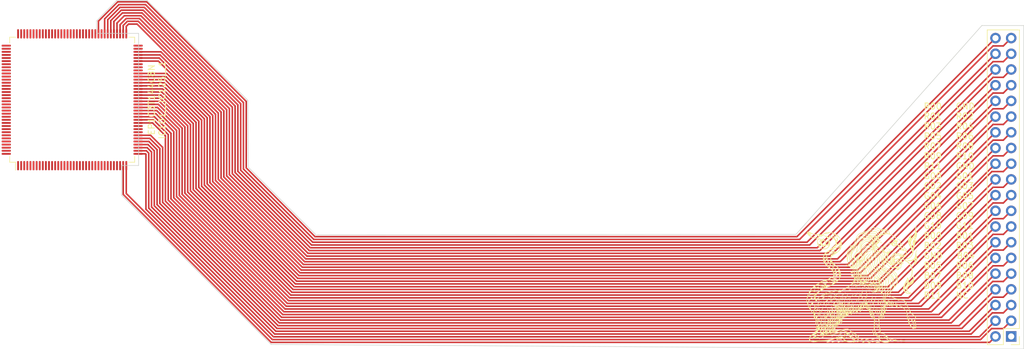
<source format=kicad_pcb>
(kicad_pcb (version 20221018) (generator pcbnew)
  (layers (0 "F.Cu" signal) (31 "B.Cu" signal) (34 "B.Paste" user) (35 "F.Paste" user) (36 "B.SilkS" user "B.Silkscreen") (37 "F.SilkS" user "F.Silkscreen") (38 "B.Mask" user) (39 "F.Mask" user) (44 "Edge.Cuts" user))
  (net 0 "")
  (net 35 "Net-(IC101__IC125__1A-IO_20)")
  (net 36 "Net-(IC101__IC125__1A-IO_21)")
  (net 37 "Net-(IC101__IC125__1A-IO_22)")
  (net 38 "Net-(IC101__IC125__1A-IO_23)")
  (net 39 "Net-(IC101__IC125__1A-IO_24)")
  (net 40 "Net-(IC101__IC125__1A-IO_25)")
  (net 41 "Net-(IC101__IC125__1A-IO_26)")
  (net 45 "Net-(IC101__IC125__1A-IO_28)")
  (net 46 "Net-(IC101__IC125__1A-IO_29)")
  (net 47 "Net-(IC101__IC125__1A-IO_30)")
  (net 48 "Net-(IC101__IC125__1A-IO_31)")
  (net 49 "Net-(IC101__IC125__1A-IO_32)")
  (net 50 "Net-(IC101__IC125__1A-IO_33)")
  (net 51 "Net-(IC101__IC125__1A-IO_34)")
  (net 52 "Net-(IC101__IC125__1A-IO_35)")
  (net 53 "Net-(IC101__IC125__1A-IO_36)")
  (net 54 "Net-(IC101__IC125__1A-IO_37)")
  (net 55 "Net-(IC101__IC125__1A-IO_38)")
  (net 56 "Net-(IC101__IC125__1A-IO_39)")
  (net 57 "Net-(IC101__IC125__1A-IO_40)")
  (net 58 "Net-(IC101__IC125__1A-IO_41)")
  (net 59 "Net-(IC101__IC125__1A-IO_42)")
  (net 60 "Net-(IC101__IC125__1A-IO_43)")
  (net 64 "Net-(IC101__IC125__1A-IO_44)")
  (net 65 "Net-(IC101__IC125__1A-IO_45)")
  (net 66 "Net-(IC101__IC125__1A-IO_46)")
  (net 67 "Net-(IC101__IC125__1A-IO_47)")
  (net 70 "Net-(IC101__IC125__1B-IO_2)")
  (net 71 "Net-(IC101__IC125__1B-IO_3)")
  (net 72 "Net-(IC101__IC125__1B-IO_4)")
  (net 73 "Net-(IC101__IC125__1B-IO_5)")
  (net 74 "Net-(IC101__IC125__1B-IO_6)")
  (net 75 "Net-(IC101__IC125__1B-IO_7)")
  (net 76 "Net-(IC101__IC125__1B-IO_8)")
  (net 78 "Net-(IC101__IC125__1B-IO_9)")
  (net 142 "Net-(IC101__IC125__1A-IO_27)")
  (net 143 "Net-(IC101__IC125__1A-GND_4)")
  (net 144 "Net-(IC101__IC125__1A-GND)")
  (net 145 "Net-(IC101__IC125__1B-GND_2)")
  (footprint "User:andromeda_ribbon_art" (layer "F.Cu") (at 172.1 123.2)
    (fp_text reference "G***" hide)
    (fp_text value "LOGO" hide)
  )
  (footprint "Connector_PinHeader_2.54mm:PinHeader_2x20_P2.54mm_Vertical" (layer "F.Cu") (at 196.342 133.35 180)
    (fp_text reference "JC1" hide)
    (fp_text value "Conn_02x30_Counter_Clockwise_Shielded" hide)
    (pad "1" thru_hole rect (at 0 0 180) (size 1.7 1.7) (drill 1) (layers "*.Cu" "*.Mask"))
    (pad "2" thru_hole oval (at 2.54 0 180) (size 1.7 1.7) (drill 1) (layers "*.Cu" "*.Mask") (net 35 "Net-(IC101__IC125__1A-IO_20)"))
    (pad "3" thru_hole oval (at 0 2.54 180) (size 1.7 1.7) (drill 1) (layers "*.Cu" "*.Mask") (net 36 "Net-(IC101__IC125__1A-IO_21)"))
    (pad "4" thru_hole oval (at 2.54 2.54 180) (size 1.7 1.7) (drill 1) (layers "*.Cu" "*.Mask") (net 37 "Net-(IC101__IC125__1A-IO_22)"))
    (pad "5" thru_hole oval (at 0 5.08 180) (size 1.7 1.7) (drill 1) (layers "*.Cu" "*.Mask") (net 38 "Net-(IC101__IC125__1A-IO_23)"))
    (pad "6" thru_hole oval (at 2.54 5.08 180) (size 1.7 1.7) (drill 1) (layers "*.Cu" "*.Mask") (net 39 "Net-(IC101__IC125__1A-IO_24)"))
    (pad "7" thru_hole oval (at 0 7.62 180) (size 1.7 1.7) (drill 1) (layers "*.Cu" "*.Mask") (net 40 "Net-(IC101__IC125__1A-IO_25)"))
    (pad "8" thru_hole oval (at 2.54 7.62 180) (size 1.7 1.7) (drill 1) (layers "*.Cu" "*.Mask") (net 41 "Net-(IC101__IC125__1A-IO_26)"))
    (pad "9" thru_hole oval (at 0 10.16 180) (size 1.7 1.7) (drill 1) (layers "*.Cu" "*.Mask") (net 142 "Net-(IC101__IC125__1A-IO_27)"))
    (pad "10" thru_hole oval (at 2.54 10.16 180) (size 1.7 1.7) (drill 1) (layers "*.Cu" "*.Mask") (net 143 "Net-(IC101__IC125__1A-GND_4)"))
    (pad "11" thru_hole oval (at 0 12.7 180) (size 1.7 1.7) (drill 1) (layers "*.Cu" "*.Mask") (net 45 "Net-(IC101__IC125__1A-IO_28)"))
    (pad "12" thru_hole oval (at 2.54 12.7 180) (size 1.7 1.7) (drill 1) (layers "*.Cu" "*.Mask") (net 46 "Net-(IC101__IC125__1A-IO_29)"))
    (pad "13" thru_hole oval (at 0 15.24 180) (size 1.7 1.7) (drill 1) (layers "*.Cu" "*.Mask") (net 47 "Net-(IC101__IC125__1A-IO_30)"))
    (pad "14" thru_hole oval (at 2.54 15.24 180) (size 1.7 1.7) (drill 1) (layers "*.Cu" "*.Mask") (net 48 "Net-(IC101__IC125__1A-IO_31)"))
    (pad "15" thru_hole oval (at 0 17.78 180) (size 1.7 1.7) (drill 1) (layers "*.Cu" "*.Mask") (net 49 "Net-(IC101__IC125__1A-IO_32)"))
    (pad "16" thru_hole oval (at 2.54 17.78 180) (size 1.7 1.7) (drill 1) (layers "*.Cu" "*.Mask") (net 50 "Net-(IC101__IC125__1A-IO_33)"))
    (pad "17" thru_hole oval (at 0 20.32 180) (size 1.7 1.7) (drill 1) (layers "*.Cu" "*.Mask") (net 51 "Net-(IC101__IC125__1A-IO_34)"))
    (pad "18" thru_hole oval (at 2.54 20.32 180) (size 1.7 1.7) (drill 1) (layers "*.Cu" "*.Mask") (net 52 "Net-(IC101__IC125__1A-IO_35)"))
    (pad "19" thru_hole oval (at 0 22.86 180) (size 1.7 1.7) (drill 1) (layers "*.Cu" "*.Mask") (net 53 "Net-(IC101__IC125__1A-IO_36)"))
    (pad "20" thru_hole oval (at 2.54 22.86 180) (size 1.7 1.7) (drill 1) (layers "*.Cu" "*.Mask") (net 54 "Net-(IC101__IC125__1A-IO_37)"))
    (pad "21" thru_hole oval (at 0 25.4 180) (size 1.7 1.7) (drill 1) (layers "*.Cu" "*.Mask") (net 55 "Net-(IC101__IC125__1A-IO_38)"))
    (pad "22" thru_hole oval (at 2.54 25.4 180) (size 1.7 1.7) (drill 1) (layers "*.Cu" "*.Mask") (net 56 "Net-(IC101__IC125__1A-IO_39)"))
    (pad "23" thru_hole oval (at 0 27.94 180) (size 1.7 1.7) (drill 1) (layers "*.Cu" "*.Mask") (net 57 "Net-(IC101__IC125__1A-IO_40)"))
    (pad "24" thru_hole oval (at 2.54 27.94 180) (size 1.7 1.7) (drill 1) (layers "*.Cu" "*.Mask") (net 58 "Net-(IC101__IC125__1A-IO_41)"))
    (pad "25" thru_hole oval (at 0 30.48 180) (size 1.7 1.7) (drill 1) (layers "*.Cu" "*.Mask") (net 59 "Net-(IC101__IC125__1A-IO_42)"))
    (pad "26" thru_hole oval (at 2.54 30.48 180) (size 1.7 1.7) (drill 1) (layers "*.Cu" "*.Mask") (net 60 "Net-(IC101__IC125__1A-IO_43)"))
    (pad "27" thru_hole oval (at 0 33.02 180) (size 1.7 1.7) (drill 1) (layers "*.Cu" "*.Mask") (net 144 "Net-(IC101__IC125__1A-GND)"))
    (pad "28" thru_hole oval (at 2.54 33.02 180) (size 1.7 1.7) (drill 1) (layers "*.Cu" "*.Mask") (net 64 "Net-(IC101__IC125__1A-IO_44)"))
    (pad "29" thru_hole oval (at 0 35.56 180) (size 1.7 1.7) (drill 1) (layers "*.Cu" "*.Mask") (net 65 "Net-(IC101__IC125__1A-IO_45)"))
    (pad "30" thru_hole oval (at 2.54 35.56 180) (size 1.7 1.7) (drill 1) (layers "*.Cu" "*.Mask") (net 66 "Net-(IC101__IC125__1A-IO_46)"))
    (pad "31" thru_hole oval (at 0 38.1 180) (size 1.7 1.7) (drill 1) (layers "*.Cu" "*.Mask") (net 67 "Net-(IC101__IC125__1A-IO_47)"))
    (pad "32" thru_hole oval (at 2.54 38.1 180) (size 1.7 1.7) (drill 1) (layers "*.Cu" "*.Mask") (net 70 "Net-(IC101__IC125__1B-IO_2)"))
    (pad "33" thru_hole oval (at 0 40.64 180) (size 1.7 1.7) (drill 1) (layers "*.Cu" "*.Mask") (net 71 "Net-(IC101__IC125__1B-IO_3)"))
    (pad "34" thru_hole oval (at 2.54 40.64 180) (size 1.7 1.7) (drill 1) (layers "*.Cu" "*.Mask") (net 72 "Net-(IC101__IC125__1B-IO_4)"))
    (pad "35" thru_hole oval (at 0 43.18 180) (size 1.7 1.7) (drill 1) (layers "*.Cu" "*.Mask") (net 73 "Net-(IC101__IC125__1B-IO_5)"))
    (pad "36" thru_hole oval (at 2.54 43.18 180) (size 1.7 1.7) (drill 1) (layers "*.Cu" "*.Mask") (net 74 "Net-(IC101__IC125__1B-IO_6)"))
    (pad "37" thru_hole oval (at 0 45.72 180) (size 1.7 1.7) (drill 1) (layers "*.Cu" "*.Mask") (net 75 "Net-(IC101__IC125__1B-IO_7)"))
    (pad "38" thru_hole oval (at 2.54 45.72 180) (size 1.7 1.7) (drill 1) (layers "*.Cu" "*.Mask") (net 76 "Net-(IC101__IC125__1B-IO_8)"))
    (pad "39" thru_hole oval (at 0 48.26 180) (size 1.7 1.7) (drill 1) (layers "*.Cu" "*.Mask") (net 145 "Net-(IC101__IC125__1B-GND_2)"))
    (pad "40" thru_hole oval (at 2.54 48.26 180) (size 1.7 1.7) (drill 1) (layers "*.Cu" "*.Mask") (net 78 "Net-(IC101__IC125__1B-IO_9)"))
  )
  (footprint "Package_QFP:TQFP-144_20x20mm_P0.5mm" (layer "F.Cu") (at 44.4555 95.064 90)
    (fp_text reference "IC101__IC125__1" (at -0.036 14.5445 90) (layer "F.SilkS"))
    (fp_text value "EP1C3T144C8N" (at 0 12.8445 90) (layer "F.SilkS"))
    (pad "1" smd roundrect (at -10.6625 -8.75 90) (size 1.475 0.3) (layers "F.Cu" "F.Paste" "F.Mask"))
    (pad "2" smd roundrect (at -10.6625 -8.25 90) (size 1.475 0.3) (layers "F.Cu" "F.Paste" "F.Mask"))
    (pad "3" smd roundrect (at -10.6625 -7.75 90) (size 1.475 0.3) (layers "F.Cu" "F.Paste" "F.Mask"))
    (pad "4" smd roundrect (at -10.6625 -7.25 90) (size 1.475 0.3) (layers "F.Cu" "F.Paste" "F.Mask"))
    (pad "5" smd roundrect (at -10.6625 -6.75 90) (size 1.475 0.3) (layers "F.Cu" "F.Paste" "F.Mask"))
    (pad "6" smd roundrect (at -10.6625 -6.25 90) (size 1.475 0.3) (layers "F.Cu" "F.Paste" "F.Mask"))
    (pad "7" smd roundrect (at -10.6625 -5.75 90) (size 1.475 0.3) (layers "F.Cu" "F.Paste" "F.Mask"))
    (pad "8" smd roundrect (at -10.6625 -5.25 90) (size 1.475 0.3) (layers "F.Cu" "F.Paste" "F.Mask"))
    (pad "9" smd roundrect (at -10.6625 -4.75 90) (size 1.475 0.3) (layers "F.Cu" "F.Paste" "F.Mask"))
    (pad "10" smd roundrect (at -10.6625 -4.25 90) (size 1.475 0.3) (layers "F.Cu" "F.Paste" "F.Mask"))
    (pad "11" smd roundrect (at -10.6625 -3.75 90) (size 1.475 0.3) (layers "F.Cu" "F.Paste" "F.Mask"))
    (pad "12" smd roundrect (at -10.6625 -3.25 90) (size 1.475 0.3) (layers "F.Cu" "F.Paste" "F.Mask"))
    (pad "13" smd roundrect (at -10.6625 -2.75 90) (size 1.475 0.3) (layers "F.Cu" "F.Paste" "F.Mask"))
    (pad "14" smd roundrect (at -10.6625 -2.25 90) (size 1.475 0.3) (layers "F.Cu" "F.Paste" "F.Mask"))
    (pad "15" smd roundrect (at -10.6625 -1.75 90) (size 1.475 0.3) (layers "F.Cu" "F.Paste" "F.Mask"))
    (pad "16" smd roundrect (at -10.6625 -1.25 90) (size 1.475 0.3) (layers "F.Cu" "F.Paste" "F.Mask"))
    (pad "17" smd roundrect (at -10.6625 -0.75 90) (size 1.475 0.3) (layers "F.Cu" "F.Paste" "F.Mask"))
    (pad "18" smd roundrect (at -10.6625 -0.25 90) (size 1.475 0.3) (layers "F.Cu" "F.Paste" "F.Mask"))
    (pad "19" smd roundrect (at -10.6625 0.25 90) (size 1.475 0.3) (layers "F.Cu" "F.Paste" "F.Mask"))
    (pad "20" smd roundrect (at -10.6625 0.75 90) (size 1.475 0.3) (layers "F.Cu" "F.Paste" "F.Mask"))
    (pad "21" smd roundrect (at -10.6625 1.25 90) (size 1.475 0.3) (layers "F.Cu" "F.Paste" "F.Mask"))
    (pad "22" smd roundrect (at -10.6625 1.75 90) (size 1.475 0.3) (layers "F.Cu" "F.Paste" "F.Mask"))
    (pad "23" smd roundrect (at -10.6625 2.25 90) (size 1.475 0.3) (layers "F.Cu" "F.Paste" "F.Mask"))
    (pad "24" smd roundrect (at -10.6625 2.75 90) (size 1.475 0.3) (layers "F.Cu" "F.Paste" "F.Mask"))
    (pad "25" smd roundrect (at -10.6625 3.25 90) (size 1.475 0.3) (layers "F.Cu" "F.Paste" "F.Mask"))
    (pad "26" smd roundrect (at -10.6625 3.75 90) (size 1.475 0.3) (layers "F.Cu" "F.Paste" "F.Mask"))
    (pad "27" smd roundrect (at -10.6625 4.25 90) (size 1.475 0.3) (layers "F.Cu" "F.Paste" "F.Mask"))
    (pad "28" smd roundrect (at -10.6625 4.75 90) (size 1.475 0.3) (layers "F.Cu" "F.Paste" "F.Mask"))
    (pad "29" smd roundrect (at -10.6625 5.25 90) (size 1.475 0.3) (layers "F.Cu" "F.Paste" "F.Mask"))
    (pad "30" smd roundrect (at -10.6625 5.75 90) (size 1.475 0.3) (layers "F.Cu" "F.Paste" "F.Mask"))
    (pad "31" smd roundrect (at -10.6625 6.25 90) (size 1.475 0.3) (layers "F.Cu" "F.Paste" "F.Mask"))
    (pad "32" smd roundrect (at -10.6625 6.75 90) (size 1.475 0.3) (layers "F.Cu" "F.Paste" "F.Mask"))
    (pad "33" smd roundrect (at -10.6625 7.25 90) (size 1.475 0.3) (layers "F.Cu" "F.Paste" "F.Mask"))
    (pad "34" smd roundrect (at -10.6625 7.75 90) (size 1.475 0.3) (layers "F.Cu" "F.Paste" "F.Mask"))
    (pad "35" smd roundrect (at -10.6625 8.25 90) (size 1.475 0.3) (layers "F.Cu" "F.Paste" "F.Mask") (net 35 "Net-(IC101__IC125__1A-IO_20)"))
    (pad "36" smd roundrect (at -10.6625 8.75 90) (size 1.475 0.3) (layers "F.Cu" "F.Paste" "F.Mask") (net 36 "Net-(IC101__IC125__1A-IO_21)"))
    (pad "37" smd roundrect (at -8.75 10.6625 90) (size 0.3 1.475) (layers "F.Cu" "F.Paste" "F.Mask") (net 37 "Net-(IC101__IC125__1A-IO_22)"))
    (pad "38" smd roundrect (at -8.25 10.6625 90) (size 0.3 1.475) (layers "F.Cu" "F.Paste" "F.Mask") (net 38 "Net-(IC101__IC125__1A-IO_23)"))
    (pad "39" smd roundrect (at -7.75 10.6625 90) (size 0.3 1.475) (layers "F.Cu" "F.Paste" "F.Mask") (net 39 "Net-(IC101__IC125__1A-IO_24)"))
    (pad "40" smd roundrect (at -7.25 10.6625 90) (size 0.3 1.475) (layers "F.Cu" "F.Paste" "F.Mask") (net 40 "Net-(IC101__IC125__1A-IO_25)"))
    (pad "41" smd roundrect (at -6.75 10.6625 90) (size 0.3 1.475) (layers "F.Cu" "F.Paste" "F.Mask") (net 41 "Net-(IC101__IC125__1A-IO_26)"))
    (pad "42" smd roundrect (at -6.25 10.6625 90) (size 0.3 1.475) (layers "F.Cu" "F.Paste" "F.Mask") (net 142 "Net-(IC101__IC125__1A-IO_27)"))
    (pad "43" smd roundrect (at -5.75 10.6625 90) (size 0.3 1.475) (layers "F.Cu" "F.Paste" "F.Mask") (net 143 "Net-(IC101__IC125__1A-GND_4)"))
    (pad "44" smd roundrect (at -5.25 10.6625 90) (size 0.3 1.475) (layers "F.Cu" "F.Paste" "F.Mask"))
    (pad "45" smd roundrect (at -4.75 10.6625 90) (size 0.3 1.475) (layers "F.Cu" "F.Paste" "F.Mask"))
    (pad "46" smd roundrect (at -4.25 10.6625 90) (size 0.3 1.475) (layers "F.Cu" "F.Paste" "F.Mask"))
    (pad "47" smd roundrect (at -3.75 10.6625 90) (size 0.3 1.475) (layers "F.Cu" "F.Paste" "F.Mask") (net 45 "Net-(IC101__IC125__1A-IO_28)"))
    (pad "48" smd roundrect (at -3.25 10.6625 90) (size 0.3 1.475) (layers "F.Cu" "F.Paste" "F.Mask") (net 46 "Net-(IC101__IC125__1A-IO_29)"))
    (pad "49" smd roundrect (at -2.75 10.6625 90) (size 0.3 1.475) (layers "F.Cu" "F.Paste" "F.Mask") (net 47 "Net-(IC101__IC125__1A-IO_30)"))
    (pad "50" smd roundrect (at -2.25 10.6625 90) (size 0.3 1.475) (layers "F.Cu" "F.Paste" "F.Mask") (net 48 "Net-(IC101__IC125__1A-IO_31)"))
    (pad "51" smd roundrect (at -1.75 10.6625 90) (size 0.3 1.475) (layers "F.Cu" "F.Paste" "F.Mask") (net 49 "Net-(IC101__IC125__1A-IO_32)"))
    (pad "52" smd roundrect (at -1.25 10.6625 90) (size 0.3 1.475) (layers "F.Cu" "F.Paste" "F.Mask") (net 50 "Net-(IC101__IC125__1A-IO_33)"))
    (pad "53" smd roundrect (at -0.75 10.6625 90) (size 0.3 1.475) (layers "F.Cu" "F.Paste" "F.Mask") (net 51 "Net-(IC101__IC125__1A-IO_34)"))
    (pad "54" smd roundrect (at -0.25 10.6625 90) (size 0.3 1.475) (layers "F.Cu" "F.Paste" "F.Mask") (net 52 "Net-(IC101__IC125__1A-IO_35)"))
    (pad "55" smd roundrect (at 0.25 10.6625 90) (size 0.3 1.475) (layers "F.Cu" "F.Paste" "F.Mask") (net 53 "Net-(IC101__IC125__1A-IO_36)"))
    (pad "56" smd roundrect (at 0.75 10.6625 90) (size 0.3 1.475) (layers "F.Cu" "F.Paste" "F.Mask") (net 54 "Net-(IC101__IC125__1A-IO_37)"))
    (pad "57" smd roundrect (at 1.25 10.6625 90) (size 0.3 1.475) (layers "F.Cu" "F.Paste" "F.Mask") (net 55 "Net-(IC101__IC125__1A-IO_38)"))
    (pad "58" smd roundrect (at 1.75 10.6625 90) (size 0.3 1.475) (layers "F.Cu" "F.Paste" "F.Mask") (net 56 "Net-(IC101__IC125__1A-IO_39)"))
    (pad "59" smd roundrect (at 2.25 10.6625 90) (size 0.3 1.475) (layers "F.Cu" "F.Paste" "F.Mask") (net 57 "Net-(IC101__IC125__1A-IO_40)"))
    (pad "60" smd roundrect (at 2.75 10.6625 90) (size 0.3 1.475) (layers "F.Cu" "F.Paste" "F.Mask") (net 58 "Net-(IC101__IC125__1A-IO_41)"))
    (pad "61" smd roundrect (at 3.25 10.6625 90) (size 0.3 1.475) (layers "F.Cu" "F.Paste" "F.Mask") (net 59 "Net-(IC101__IC125__1A-IO_42)"))
    (pad "62" smd roundrect (at 3.75 10.6625 90) (size 0.3 1.475) (layers "F.Cu" "F.Paste" "F.Mask") (net 60 "Net-(IC101__IC125__1A-IO_43)"))
    (pad "63" smd roundrect (at 4.25 10.6625 90) (size 0.3 1.475) (layers "F.Cu" "F.Paste" "F.Mask") (net 144 "Net-(IC101__IC125__1A-GND)"))
    (pad "64" smd roundrect (at 4.75 10.6625 90) (size 0.3 1.475) (layers "F.Cu" "F.Paste" "F.Mask"))
    (pad "65" smd roundrect (at 5.25 10.6625 90) (size 0.3 1.475) (layers "F.Cu" "F.Paste" "F.Mask"))
    (pad "66" smd roundrect (at 5.75 10.6625 90) (size 0.3 1.475) (layers "F.Cu" "F.Paste" "F.Mask"))
    (pad "67" smd roundrect (at 6.25 10.6625 90) (size 0.3 1.475) (layers "F.Cu" "F.Paste" "F.Mask") (net 64 "Net-(IC101__IC125__1A-IO_44)"))
    (pad "68" smd roundrect (at 6.75 10.6625 90) (size 0.3 1.475) (layers "F.Cu" "F.Paste" "F.Mask") (net 65 "Net-(IC101__IC125__1A-IO_45)"))
    (pad "69" smd roundrect (at 7.25 10.6625 90) (size 0.3 1.475) (layers "F.Cu" "F.Paste" "F.Mask") (net 66 "Net-(IC101__IC125__1A-IO_46)"))
    (pad "70" smd roundrect (at 7.75 10.6625 90) (size 0.3 1.475) (layers "F.Cu" "F.Paste" "F.Mask") (net 67 "Net-(IC101__IC125__1A-IO_47)"))
    (pad "71" smd roundrect (at 8.25 10.6625 90) (size 0.3 1.475) (layers "F.Cu" "F.Paste" "F.Mask"))
    (pad "72" smd roundrect (at 8.75 10.6625 90) (size 0.3 1.475) (layers "F.Cu" "F.Paste" "F.Mask"))
    (pad "73" smd roundrect (at 10.6625 8.75 90) (size 1.475 0.3) (layers "F.Cu" "F.Paste" "F.Mask") (net 70 "Net-(IC101__IC125__1B-IO_2)"))
    (pad "74" smd roundrect (at 10.6625 8.25 90) (size 1.475 0.3) (layers "F.Cu" "F.Paste" "F.Mask") (net 71 "Net-(IC101__IC125__1B-IO_3)"))
    (pad "75" smd roundrect (at 10.6625 7.75 90) (size 1.475 0.3) (layers "F.Cu" "F.Paste" "F.Mask") (net 72 "Net-(IC101__IC125__1B-IO_4)"))
    (pad "76" smd roundrect (at 10.6625 7.25 90) (size 1.475 0.3) (layers "F.Cu" "F.Paste" "F.Mask") (net 73 "Net-(IC101__IC125__1B-IO_5)"))
    (pad "77" smd roundrect (at 10.6625 6.75 90) (size 1.475 0.3) (layers "F.Cu" "F.Paste" "F.Mask") (net 74 "Net-(IC101__IC125__1B-IO_6)"))
    (pad "78" smd roundrect (at 10.6625 6.25 90) (size 1.475 0.3) (layers "F.Cu" "F.Paste" "F.Mask") (net 75 "Net-(IC101__IC125__1B-IO_7)"))
    (pad "79" smd roundrect (at 10.6625 5.75 90) (size 1.475 0.3) (layers "F.Cu" "F.Paste" "F.Mask") (net 76 "Net-(IC101__IC125__1B-IO_8)"))
    (pad "80" smd roundrect (at 10.6625 5.25 90) (size 1.475 0.3) (layers "F.Cu" "F.Paste" "F.Mask") (net 145 "Net-(IC101__IC125__1B-GND_2)"))
    (pad "81" smd roundrect (at 10.6625 4.75 90) (size 1.475 0.3) (layers "F.Cu" "F.Paste" "F.Mask"))
    (pad "82" smd roundrect (at 10.6625 4.25 90) (size 1.475 0.3) (layers "F.Cu" "F.Paste" "F.Mask") (net 78 "Net-(IC101__IC125__1B-IO_9)"))
    (pad "83" smd roundrect (at 10.6625 3.75 90) (size 1.475 0.3) (layers "F.Cu" "F.Paste" "F.Mask"))
    (pad "84" smd roundrect (at 10.6625 3.25 90) (size 1.475 0.3) (layers "F.Cu" "F.Paste" "F.Mask"))
    (pad "85" smd roundrect (at 10.6625 2.75 90) (size 1.475 0.3) (layers "F.Cu" "F.Paste" "F.Mask"))
    (pad "86" smd roundrect (at 10.6625 2.25 90) (size 1.475 0.3) (layers "F.Cu" "F.Paste" "F.Mask"))
    (pad "87" smd roundrect (at 10.6625 1.75 90) (size 1.475 0.3) (layers "F.Cu" "F.Paste" "F.Mask"))
    (pad "88" smd roundrect (at 10.6625 1.25 90) (size 1.475 0.3) (layers "F.Cu" "F.Paste" "F.Mask"))
    (pad "89" smd roundrect (at 10.6625 0.75 90) (size 1.475 0.3) (layers "F.Cu" "F.Paste" "F.Mask"))
    (pad "90" smd roundrect (at 10.6625 0.25 90) (size 1.475 0.3) (layers "F.Cu" "F.Paste" "F.Mask"))
    (pad "91" smd roundrect (at 10.6625 -0.25 90) (size 1.475 0.3) (layers "F.Cu" "F.Paste" "F.Mask"))
    (pad "92" smd roundrect (at 10.6625 -0.75 90) (size 1.475 0.3) (layers "F.Cu" "F.Paste" "F.Mask"))
    (pad "93" smd roundrect (at 10.6625 -1.25 90) (size 1.475 0.3) (layers "F.Cu" "F.Paste" "F.Mask"))
    (pad "94" smd roundrect (at 10.6625 -1.75 90) (size 1.475 0.3) (layers "F.Cu" "F.Paste" "F.Mask"))
    (pad "95" smd roundrect (at 10.6625 -2.25 90) (size 1.475 0.3) (layers "F.Cu" "F.Paste" "F.Mask"))
    (pad "96" smd roundrect (at 10.6625 -2.75 90) (size 1.475 0.3) (layers "F.Cu" "F.Paste" "F.Mask"))
    (pad "97" smd roundrect (at 10.6625 -3.25 90) (size 1.475 0.3) (layers "F.Cu" "F.Paste" "F.Mask"))
    (pad "98" smd roundrect (at 10.6625 -3.75 90) (size 1.475 0.3) (layers "F.Cu" "F.Paste" "F.Mask"))
    (pad "99" smd roundrect (at 10.6625 -4.25 90) (size 1.475 0.3) (layers "F.Cu" "F.Paste" "F.Mask"))
    (pad "100" smd roundrect (at 10.6625 -4.75 90) (size 1.475 0.3) (layers "F.Cu" "F.Paste" "F.Mask"))
    (pad "101" smd roundrect (at 10.6625 -5.25 90) (size 1.475 0.3) (layers "F.Cu" "F.Paste" "F.Mask"))
    (pad "102" smd roundrect (at 10.6625 -5.75 90) (size 1.475 0.3) (layers "F.Cu" "F.Paste" "F.Mask"))
    (pad "103" smd roundrect (at 10.6625 -6.25 90) (size 1.475 0.3) (layers "F.Cu" "F.Paste" "F.Mask"))
    (pad "104" smd roundrect (at 10.6625 -6.75 90) (size 1.475 0.3) (layers "F.Cu" "F.Paste" "F.Mask"))
    (pad "105" smd roundrect (at 10.6625 -7.25 90) (size 1.475 0.3) (layers "F.Cu" "F.Paste" "F.Mask"))
    (pad "106" smd roundrect (at 10.6625 -7.75 90) (size 1.475 0.3) (layers "F.Cu" "F.Paste" "F.Mask"))
    (pad "107" smd roundrect (at 10.6625 -8.25 90) (size 1.475 0.3) (layers "F.Cu" "F.Paste" "F.Mask"))
    (pad "108" smd roundrect (at 10.6625 -8.75 90) (size 1.475 0.3) (layers "F.Cu" "F.Paste" "F.Mask"))
    (pad "109" smd roundrect (at 8.75 -10.6625 90) (size 0.3 1.475) (layers "F.Cu" "F.Paste" "F.Mask"))
    (pad "110" smd roundrect (at 8.25 -10.6625 90) (size 0.3 1.475) (layers "F.Cu" "F.Paste" "F.Mask"))
    (pad "111" smd roundrect (at 7.75 -10.6625 90) (size 0.3 1.475) (layers "F.Cu" "F.Paste" "F.Mask"))
    (pad "112" smd roundrect (at 7.25 -10.6625 90) (size 0.3 1.475) (layers "F.Cu" "F.Paste" "F.Mask"))
    (pad "113" smd roundrect (at 6.75 -10.6625 90) (size 0.3 1.475) (layers "F.Cu" "F.Paste" "F.Mask"))
    (pad "114" smd roundrect (at 6.25 -10.6625 90) (size 0.3 1.475) (layers "F.Cu" "F.Paste" "F.Mask"))
    (pad "115" smd roundrect (at 5.75 -10.6625 90) (size 0.3 1.475) (layers "F.Cu" "F.Paste" "F.Mask"))
    (pad "116" smd roundrect (at 5.25 -10.6625 90) (size 0.3 1.475) (layers "F.Cu" "F.Paste" "F.Mask"))
    (pad "117" smd roundrect (at 4.75 -10.6625 90) (size 0.3 1.475) (layers "F.Cu" "F.Paste" "F.Mask"))
    (pad "118" smd roundrect (at 4.25 -10.6625 90) (size 0.3 1.475) (layers "F.Cu" "F.Paste" "F.Mask"))
    (pad "119" smd roundrect (at 3.75 -10.6625 90) (size 0.3 1.475) (layers "F.Cu" "F.Paste" "F.Mask"))
    (pad "120" smd roundrect (at 3.25 -10.6625 90) (size 0.3 1.475) (layers "F.Cu" "F.Paste" "F.Mask"))
    (pad "121" smd roundrect (at 2.75 -10.6625 90) (size 0.3 1.475) (layers "F.Cu" "F.Paste" "F.Mask"))
    (pad "122" smd roundrect (at 2.25 -10.6625 90) (size 0.3 1.475) (layers "F.Cu" "F.Paste" "F.Mask"))
    (pad "123" smd roundrect (at 1.75 -10.6625 90) (size 0.3 1.475) (layers "F.Cu" "F.Paste" "F.Mask"))
    (pad "124" smd roundrect (at 1.25 -10.6625 90) (size 0.3 1.475) (layers "F.Cu" "F.Paste" "F.Mask"))
    (pad "125" smd roundrect (at 0.75 -10.6625 90) (size 0.3 1.475) (layers "F.Cu" "F.Paste" "F.Mask"))
    (pad "126" smd roundrect (at 0.25 -10.6625 90) (size 0.3 1.475) (layers "F.Cu" "F.Paste" "F.Mask"))
    (pad "127" smd roundrect (at -0.25 -10.6625 90) (size 0.3 1.475) (layers "F.Cu" "F.Paste" "F.Mask"))
    (pad "128" smd roundrect (at -0.75 -10.6625 90) (size 0.3 1.475) (layers "F.Cu" "F.Paste" "F.Mask"))
    (pad "129" smd roundrect (at -1.25 -10.6625 90) (size 0.3 1.475) (layers "F.Cu" "F.Paste" "F.Mask"))
    (pad "130" smd roundrect (at -1.75 -10.6625 90) (size 0.3 1.475) (layers "F.Cu" "F.Paste" "F.Mask"))
    (pad "131" smd roundrect (at -2.25 -10.6625 90) (size 0.3 1.475) (layers "F.Cu" "F.Paste" "F.Mask"))
    (pad "132" smd roundrect (at -2.75 -10.6625 90) (size 0.3 1.475) (layers "F.Cu" "F.Paste" "F.Mask"))
    (pad "133" smd roundrect (at -3.25 -10.6625 90) (size 0.3 1.475) (layers "F.Cu" "F.Paste" "F.Mask"))
    (pad "134" smd roundrect (at -3.75 -10.6625 90) (size 0.3 1.475) (layers "F.Cu" "F.Paste" "F.Mask"))
    (pad "135" smd roundrect (at -4.25 -10.6625 90) (size 0.3 1.475) (layers "F.Cu" "F.Paste" "F.Mask"))
    (pad "136" smd roundrect (at -4.75 -10.6625 90) (size 0.3 1.475) (layers "F.Cu" "F.Paste" "F.Mask"))
    (pad "137" smd roundrect (at -5.25 -10.6625 90) (size 0.3 1.475) (layers "F.Cu" "F.Paste" "F.Mask"))
    (pad "138" smd roundrect (at -5.75 -10.6625 90) (size 0.3 1.475) (layers "F.Cu" "F.Paste" "F.Mask"))
    (pad "139" smd roundrect (at -6.25 -10.6625 90) (size 0.3 1.475) (layers "F.Cu" "F.Paste" "F.Mask"))
    (pad "140" smd roundrect (at -6.75 -10.6625 90) (size 0.3 1.475) (layers "F.Cu" "F.Paste" "F.Mask"))
    (pad "141" smd roundrect (at -7.25 -10.6625 90) (size 0.3 1.475) (layers "F.Cu" "F.Paste" "F.Mask"))
    (pad "142" smd roundrect (at -7.75 -10.6625 90) (size 0.3 1.475) (layers "F.Cu" "F.Paste" "F.Mask"))
    (pad "143" smd roundrect (at -8.25 -10.6625 90) (size 0.3 1.475) (layers "F.Cu" "F.Paste" "F.Mask"))
    (pad "144" smd roundrect (at -8.75 -10.6625 90) (size 0.3 1.475) (layers "F.Cu" "F.Paste" "F.Mask"))
  )
  (gr_line (start 72.86 95.16) (end 72.94 105.98) (stroke (width 0.1)) (layer "Edge.Cuts"))
  (gr_line (start 51.68 78.98) (end 56.56 78.98) (stroke (width 0.1)) (layer "Edge.Cuts"))
  (gr_line (start 198.374 83.058) (end 198.374 135.382) (stroke (width 0.1)) (layer "Edge.Cuts"))
  (gr_line (start 72.94 105.98) (end 83.88 116.91) (stroke (width 0.1)) (layer "Edge.Cuts"))
  (gr_line (start 55.2 105.7) (end 55.2 84.328) (stroke (width 0.1)) (layer "Edge.Cuts"))
  (gr_line (start 52.45 110.49) (end 52.45 105.7) (stroke (width 0.1)) (layer "Edge.Cuts"))
  (gr_line (start 48.4 84.328) (end 48.4 82.3) (stroke (width 0.1)) (layer "Edge.Cuts"))
  (gr_line (start 198.374 135.382) (end 192.024 135.382) (stroke (width 0.1)) (layer "Edge.Cuts"))
  (gr_line (start 55.2 84.328) (end 48.4 84.328) (stroke (width 0.1)) (layer "Edge.Cuts"))
  (gr_line (start 76.63 134.64) (end 52.45 110.49) (stroke (width 0.1)) (layer "Edge.Cuts"))
  (gr_line (start 56.56 78.98) (end 72.86 95.16) (stroke (width 0.1)) (layer "Edge.Cuts"))
  (gr_line (start 83.88 116.91) (end 161.544 116.84) (stroke (width 0.1)) (layer "Edge.Cuts"))
  (gr_line (start 161.544 116.84) (end 191.6 83.058) (stroke (width 0.1)) (layer "Edge.Cuts"))
  (gr_line (start 48.4 82.3) (end 51.68 78.98) (stroke (width 0.1)) (layer "Edge.Cuts"))
  (gr_line (start 52.45 105.7) (end 55.2 105.7) (stroke (width 0.1)) (layer "Edge.Cuts"))
  (gr_line (start 191.6 83.058) (end 198.374 83.058) (stroke (width 0.1)) (layer "Edge.Cuts"))
  (gr_line (start 191.77 135.382) (end 76.63 134.64) (stroke (width 0.1)) (layer "Edge.Cuts"))
  (gr_line (start 192.024 135.382) (end 191.77 135.382) (stroke (width 0.1)) (layer "Edge.Cuts"))
  (gr_text "R00   GND\nR01   R02\nR03   R04\nR05   R06\nR07   R08\nR09   R10\nR11   GND\nG00   G01\nG02   G03\nG04   G05\nG06   G07\nG08   G09\nG10   G11\nB00   B01\nB02   B03\nGND   B04\nB05   B06\nB07   B08\nB09   B10\nB11   NC" (at 182.1 127.3) (layer "F.SilkS") (effects (font (size 1 1)) (justify left bottom)))
  (segment (start 192.844 134.308) (end 193.802 133.35) (width 0.25) (layer "F.Cu") (net 35))
  (segment (start 52.7055 105.7265) (end 52.7055 110.366292) (width 0.25) (layer "F.Cu") (net 35))
  (segment (start 76.647208 134.308) (end 192.844 134.308) (width 0.25) (layer "F.Cu") (net 35))
  (segment (start 52.7055 110.366292) (end 76.647208 134.308) (width 0.25) (layer "F.Cu") (net 35))
  (segment (start 196.342 130.81) (end 195.072 132.08) (width 0.25) (layer "F.Cu") (net 36))
  (segment (start 53.2055 110.229896) (end 53.2055 105.7265) (width 0.25) (layer "F.Cu") (net 36))
  (segment (start 193.168396 132.08) (end 191.390396 133.858) (width 0.25) (layer "F.Cu") (net 36))
  (segment (start 191.390396 133.858) (end 76.833604 133.858) (width 0.25) (layer "F.Cu") (net 36))
  (segment (start 195.072 132.08) (end 193.168396 132.08) (width 0.25) (layer "F.Cu") (net 36))
  (segment (start 76.833604 133.858) (end 53.2055 110.229896) (width 0.25) (layer "F.Cu") (net 36))
  (segment (start 56.388 103.886) (end 56.388 112.776) (width 0.25) (layer "F.Cu") (net 37))
  (segment (start 56.316 103.814) (end 56.388 103.886) (width 0.25) (layer "F.Cu") (net 37))
  (segment (start 55.118 103.814) (end 56.316 103.814) (width 0.25) (layer "F.Cu") (net 37))
  (segment (start 56.388 112.776) (end 77.02 133.408) (width 0.25) (layer "F.Cu") (net 37))
  (segment (start 77.02 133.408) (end 191.204 133.408) (width 0.25) (layer "F.Cu") (net 37))
  (segment (start 191.204 133.408) (end 193.802 130.81) (width 0.25) (layer "F.Cu") (net 37))
  (segment (start 56.838 103.699604) (end 56.452396 103.314) (width 0.25) (layer "F.Cu") (net 38))
  (segment (start 193.294 129.54) (end 189.876 132.958) (width 0.25) (layer "F.Cu") (net 38))
  (segment (start 56.452396 103.314) (end 55.118 103.314) (width 0.25) (layer "F.Cu") (net 38))
  (segment (start 196.342 128.27) (end 195.072 129.54) (width 0.25) (layer "F.Cu") (net 38))
  (segment (start 195.072 129.54) (end 193.294 129.54) (width 0.25) (layer "F.Cu") (net 38))
  (segment (start 56.838 112.589604) (end 56.838 103.699604) (width 0.25) (layer "F.Cu") (net 38))
  (segment (start 189.876 132.958) (end 77.206396 132.958) (width 0.25) (layer "F.Cu") (net 38))
  (segment (start 77.206396 132.958) (end 56.838 112.589604) (width 0.25) (layer "F.Cu") (net 38))
  (segment (start 57.288 103.513208) (end 56.588792 102.814) (width 0.25) (layer "F.Cu") (net 39))
  (segment (start 57.288 112.403208) (end 57.288 103.513208) (width 0.25) (layer "F.Cu") (net 39))
  (segment (start 56.588792 102.814) (end 55.118 102.814) (width 0.25) (layer "F.Cu") (net 39))
  (segment (start 77.392792 132.508) (end 57.288 112.403208) (width 0.25) (layer "F.Cu") (net 39))
  (segment (start 193.802 128.27) (end 189.564 132.508) (width 0.25) (layer "F.Cu") (net 39))
  (segment (start 189.564 132.508) (end 77.392792 132.508) (width 0.25) (layer "F.Cu") (net 39))
  (segment (start 55.118 102.314) (end 56.725188 102.314) (width 0.25) (layer "F.Cu") (net 40))
  (segment (start 56.725188 102.314) (end 57.738 103.326812) (width 0.25) (layer "F.Cu") (net 40))
  (segment (start 195.072 127) (end 196.342 125.73) (width 0.25) (layer "F.Cu") (net 40))
  (segment (start 77.579188 132.058) (end 188.352299 132.058) (width 0.25) (layer "F.Cu") (net 40))
  (segment (start 188.352299 132.058) (end 193.410299 127) (width 0.25) (layer "F.Cu") (net 40))
  (segment (start 193.410299 127) (end 195.072 127) (width 0.25) (layer "F.Cu") (net 40))
  (segment (start 57.738 103.326812) (end 57.738 112.216812) (width 0.25) (layer "F.Cu") (net 40))
  (segment (start 57.738 112.216812) (end 77.579188 132.058) (width 0.25) (layer "F.Cu") (net 40))
  (segment (start 77.765584 131.608) (end 187.924 131.608) (width 0.25) (layer "F.Cu") (net 41))
  (segment (start 58.188 112.030416) (end 77.765584 131.608) (width 0.25) (layer "F.Cu") (net 41))
  (segment (start 58.188 103.140416) (end 58.188 112.030416) (width 0.25) (layer "F.Cu") (net 41))
  (segment (start 193.802 125.971904) (end 193.802 125.73) (width 0.25) (layer "F.Cu") (net 41))
  (segment (start 56.861584 101.814) (end 58.188 103.140416) (width 0.25) (layer "F.Cu") (net 41))
  (segment (start 187.924 131.608) (end 193.802 125.73) (width 0.25) (layer "F.Cu") (net 41))
  (segment (start 55.118 101.814) (end 56.861584 101.814) (width 0.25) (layer "F.Cu") (net 41))
  (segment (start 185.072299 130.258) (end 78.324772 130.258) (width 0.25) (layer "F.Cu") (net 45))
  (segment (start 57.465604 98.814) (end 59.538 100.886396) (width 0.25) (layer "F.Cu") (net 45))
  (segment (start 55.118 98.814) (end 57.465604 98.814) (width 0.25) (layer "F.Cu") (net 45))
  (segment (start 193.410299 121.92) (end 185.072299 130.258) (width 0.25) (layer "F.Cu") (net 45))
  (segment (start 196.342 120.65) (end 195.072 121.92) (width 0.25) (layer "F.Cu") (net 45))
  (segment (start 78.324772 130.258) (end 59.538 111.471228) (width 0.25) (layer "F.Cu") (net 45))
  (segment (start 195.072 121.92) (end 193.410299 121.92) (width 0.25) (layer "F.Cu") (net 45))
  (segment (start 59.538 111.471228) (end 59.538 100.886396) (width 0.25) (layer "F.Cu") (net 45))
  (segment (start 78.511168 129.808) (end 59.988 111.284832) (width 0.25) (layer "F.Cu") (net 46))
  (segment (start 184.644 129.808) (end 78.511168 129.808) (width 0.25) (layer "F.Cu") (net 46))
  (segment (start 59.988 100.7) (end 57.602 98.314) (width 0.25) (layer "F.Cu") (net 46))
  (segment (start 57.602 98.314) (end 55.118 98.314) (width 0.25) (layer "F.Cu") (net 46))
  (segment (start 59.988 111.284832) (end 59.988 100.7) (width 0.25) (layer "F.Cu") (net 46))
  (segment (start 193.802 120.65) (end 184.644 129.808) (width 0.25) (layer "F.Cu") (net 46))
  (segment (start 60.438 111.098436) (end 60.438 100.5) (width 0.25) (layer "F.Cu") (net 47))
  (segment (start 60.438 100.5) (end 57.752 97.814) (width 0.25) (layer "F.Cu") (net 47))
  (segment (start 78.697564 129.358) (end 60.438 111.098436) (width 0.25) (layer "F.Cu") (net 47))
  (segment (start 195.072 119.38) (end 193.410299 119.38) (width 0.25) (layer "F.Cu") (net 47))
  (segment (start 57.752 97.814) (end 55.118 97.814) (width 0.25) (layer "F.Cu") (net 47))
  (segment (start 183.432299 129.358) (end 78.697564 129.358) (width 0.25) (layer "F.Cu") (net 47))
  (segment (start 196.342 118.11) (end 195.072 119.38) (width 0.25) (layer "F.Cu") (net 47))
  (segment (start 193.410299 119.38) (end 183.432299 129.358) (width 0.25) (layer "F.Cu") (net 47))
  (segment (start 57.989604 97.314) (end 55.118 97.314) (width 0.25) (layer "F.Cu") (net 48))
  (segment (start 183.004 128.908) (end 78.88396 128.908) (width 0.25) (layer "F.Cu") (net 48))
  (segment (start 60.888 100.212396) (end 57.989604 97.314) (width 0.25) (layer "F.Cu") (net 48))
  (segment (start 60.888 110.91204) (end 60.888 100.212396) (width 0.25) (layer "F.Cu") (net 48))
  (segment (start 78.88396 128.908) (end 60.888 110.91204) (width 0.25) (layer "F.Cu") (net 48))
  (segment (start 193.802 118.11) (end 183.004 128.908) (width 0.25) (layer "F.Cu") (net 48))
  (segment (start 195.072 116.84) (end 196.342 115.57) (width 0.25) (layer "F.Cu") (net 49))
  (segment (start 61.338 100.026) (end 61.338 110.725644) (width 0.25) (layer "F.Cu") (net 49))
  (segment (start 55.118 96.814) (end 58.126 96.814) (width 0.25) (layer "F.Cu") (net 49))
  (segment (start 61.338 110.725644) (end 79.070356 128.458) (width 0.25) (layer "F.Cu") (net 49))
  (segment (start 181.792299 128.458) (end 193.410299 116.84) (width 0.25) (layer "F.Cu") (net 49))
  (segment (start 193.410299 116.84) (end 195.072 116.84) (width 0.25) (layer "F.Cu") (net 49))
  (segment (start 58.126 96.814) (end 61.338 100.026) (width 0.25) (layer "F.Cu") (net 49))
  (segment (start 79.070356 128.458) (end 181.792299 128.458) (width 0.25) (layer "F.Cu") (net 49))
  (segment (start 61.788 99.839604) (end 58.262396 96.314) (width 0.25) (layer "F.Cu") (net 50))
  (segment (start 181.364 128.008) (end 79.256752 128.008) (width 0.25) (layer "F.Cu") (net 50))
  (segment (start 58.262396 96.314) (end 55.118 96.314) (width 0.25) (layer "F.Cu") (net 50))
  (segment (start 193.802 115.57) (end 181.364 128.008) (width 0.25) (layer "F.Cu") (net 50))
  (segment (start 61.788 110.539248) (end 61.788 99.839604) (width 0.25) (layer "F.Cu") (net 50))
  (segment (start 79.256752 128.008) (end 61.788 110.539248) (width 0.25) (layer "F.Cu") (net 50))
  (segment (start 55.118 95.814) (end 58.398792 95.814) (width 0.25) (layer "F.Cu") (net 51))
  (segment (start 62.238 99.653208) (end 62.238 110.352852) (width 0.25) (layer "F.Cu") (net 51))
  (segment (start 62.238 110.352852) (end 79.443148 127.558) (width 0.25) (layer "F.Cu") (net 51))
  (segment (start 79.443148 127.558) (end 180.152299 127.558) (width 0.25) (layer "F.Cu") (net 51))
  (segment (start 193.410299 114.3) (end 195.072 114.3) (width 0.25) (layer "F.Cu") (net 51))
  (segment (start 180.152299 127.558) (end 193.410299 114.3) (width 0.25) (layer "F.Cu") (net 51))
  (segment (start 195.072 114.3) (end 196.342 113.03) (width 0.25) (layer "F.Cu") (net 51))
  (segment (start 58.398792 95.814) (end 62.238 99.653208) (width 0.25) (layer "F.Cu") (net 51))
  (segment (start 62.688 99.466812) (end 58.535188 95.314) (width 0.25) (layer "F.Cu") (net 52))
  (segment (start 193.802 113.03) (end 179.724 127.108) (width 0.25) (layer "F.Cu") (net 52))
  (segment (start 179.724 127.108) (end 79.629544 127.108) (width 0.25) (layer "F.Cu") (net 52))
  (segment (start 58.535188 95.314) (end 55.118 95.314) (width 0.25) (layer "F.Cu") (net 52))
  (segment (start 79.629544 127.108) (end 62.688 110.166456) (width 0.25) (layer "F.Cu") (net 52))
  (segment (start 62.688 110.166456) (end 62.688 99.466812) (width 0.25) (layer "F.Cu") (net 52))
  (segment (start 63.138 99.280416) (end 63.138 109.98006) (width 0.25) (layer "F.Cu") (net 53))
  (segment (start 193.410299 111.76) (end 195.072 111.76) (width 0.25) (layer "F.Cu") (net 53))
  (segment (start 63.138 109.98006) (end 79.81594 126.658) (width 0.25) (layer "F.Cu") (net 53))
  (segment (start 79.81594 126.658) (end 178.512299 126.658) (width 0.25) (layer "F.Cu") (net 53))
  (segment (start 195.072 111.76) (end 196.342 110.49) (width 0.25) (layer "F.Cu") (net 53))
  (segment (start 178.512299 126.658) (end 193.410299 111.76) (width 0.25) (layer "F.Cu") (net 53))
  (segment (start 55.118 94.814) (end 58.671584 94.814) (width 0.25) (layer "F.Cu") (net 53))
  (segment (start 58.671584 94.814) (end 63.138 99.280416) (width 0.25) (layer "F.Cu") (net 53))
  (segment (start 63.588 99.09402) (end 58.80798 94.314) (width 0.25) (layer "F.Cu") (net 54))
  (segment (start 63.588 109.793664) (end 63.588 99.09402) (width 0.25) (layer "F.Cu") (net 54))
  (segment (start 178.084 126.208) (end 80.002336 126.208) (width 0.25) (layer "F.Cu") (net 54))
  (segment (start 80.002336 126.208) (end 63.588 109.793664) (width 0.25) (layer "F.Cu") (net 54))
  (segment (start 58.80798 94.314) (end 55.118 94.314) (width 0.25) (layer "F.Cu") (net 54))
  (segment (start 193.802 110.49) (end 178.084 126.208) (width 0.25) (layer "F.Cu") (net 54))
  (segment (start 193.410299 109.22) (end 195.072 109.22) (width 0.25) (layer "F.Cu") (net 55))
  (segment (start 176.872299 125.758) (end 193.410299 109.22) (width 0.25) (layer "F.Cu") (net 55))
  (segment (start 80.188732 125.758) (end 176.872299 125.758) (width 0.25) (layer "F.Cu") (net 55))
  (segment (start 195.072 109.22) (end 196.342 107.95) (width 0.25) (layer "F.Cu") (net 55))
  (segment (start 64.038 98.907624) (end 64.038 109.607268) (width 0.25) (layer "F.Cu") (net 55))
  (segment (start 58.944376 93.814) (end 64.038 98.907624) (width 0.25) (layer "F.Cu") (net 55))
  (segment (start 55.118 93.814) (end 58.944376 93.814) (width 0.25) (layer "F.Cu") (net 55))
  (segment (start 64.038 109.607268) (end 80.188732 125.758) (width 0.25) (layer "F.Cu") (net 55))
  (segment (start 193.802 107.95) (end 176.444 125.308) (width 0.25) (layer "F.Cu") (net 56))
  (segment (start 64.488 98.721228) (end 59.080772 93.314) (width 0.25) (layer "F.Cu") (net 56))
  (segment (start 64.488 109.420872) (end 64.488 98.721228) (width 0.25) (layer "F.Cu") (net 56))
  (segment (start 59.080772 93.314) (end 55.118 93.314) (width 0.25) (layer "F.Cu") (net 56))
  (segment (start 176.444 125.308) (end 80.375128 125.308) (width 0.25) (layer "F.Cu") (net 56))
  (segment (start 80.375128 125.308) (end 64.488 109.420872) (width 0.25) (layer "F.Cu") (net 56))
  (segment (start 80.561524 124.858) (end 175.042299 124.858) (width 0.25) (layer "F.Cu") (net 57))
  (segment (start 59.217168 92.814) (end 64.938 98.534832) (width 0.25) (layer "F.Cu") (net 57))
  (segment (start 195.072 106.68) (end 196.342 105.41) (width 0.25) (layer "F.Cu") (net 57))
  (segment (start 55.118 92.814) (end 59.217168 92.814) (width 0.25) (layer "F.Cu") (net 57))
  (segment (start 175.042299 124.858) (end 193.220299 106.68) (width 0.25) (layer "F.Cu") (net 57))
  (segment (start 64.938 98.534832) (end 64.938 109.234476) (width 0.25) (layer "F.Cu") (net 57))
  (segment (start 193.220299 106.68) (end 195.072 106.68) (width 0.25) (layer "F.Cu") (net 57))
  (segment (start 64.938 109.234476) (end 80.561524 124.858) (width 0.25) (layer "F.Cu") (net 57))
  (segment (start 174.804 124.408) (end 80.74792 124.408) (width 0.25) (layer "F.Cu") (net 58))
  (segment (start 80.74792 124.408) (end 65.388 109.04808) (width 0.25) (layer "F.Cu") (net 58))
  (segment (start 65.388 109.04808) (end 65.388 98.348436) (width 0.25) (layer "F.Cu") (net 58))
  (segment (start 65.388 98.348436) (end 59.353564 92.314) (width 0.25) (layer "F.Cu") (net 58))
  (segment (start 59.353564 92.314) (end 55.118 92.314) (width 0.25) (layer "F.Cu") (net 58))
  (segment (start 193.802 105.41) (end 174.804 124.408) (width 0.25) (layer "F.Cu") (net 58))
  (segment (start 59.48996 91.814) (end 65.838 98.16204) (width 0.25) (layer "F.Cu") (net 59))
  (segment (start 65.838 98.16204) (end 65.838 108.861684) (width 0.25) (layer "F.Cu") (net 59))
  (segment (start 80.934316 123.958) (end 173.592299 123.958) (width 0.25) (layer "F.Cu") (net 59))
  (segment (start 65.838 108.861684) (end 80.934316 123.958) (width 0.25) (layer "F.Cu") (net 59))
  (segment (start 193.410299 104.14) (end 195.072 104.14) (width 0.25) (layer "F.Cu") (net 59))
  (segment (start 173.592299 123.958) (end 193.410299 104.14) (width 0.25) (layer "F.Cu") (net 59))
  (segment (start 195.072 104.14) (end 196.342 102.87) (width 0.25) (layer "F.Cu") (net 59))
  (segment (start 55.118 91.814) (end 59.48996 91.814) (width 0.25) (layer "F.Cu") (net 59))
  (segment (start 81.120712 123.508) (end 173.164 123.508) (width 0.25) (layer "F.Cu") (net 60))
  (segment (start 66.288 108.675288) (end 66.288 97.975644) (width 0.25) (layer "F.Cu") (net 60))
  (segment (start 81.120712 123.508) (end 66.288 108.675288) (width 0.25) (layer "F.Cu") (net 60))
  (segment (start 66.288 97.975644) (end 59.626356 91.314) (width 0.25) (layer "F.Cu") (net 60))
  (segment (start 59.626356 91.314) (end 55.118 91.314) (width 0.25) (layer "F.Cu") (net 60))
  (segment (start 173.164 123.508) (end 193.802 102.87) (width 0.25) (layer "F.Cu") (net 60))
  (segment (start 58.399148 88.814) (end 55.118 88.814) (width 0.25) (layer "F.Cu") (net 64))
  (segment (start 67.188 108.302496) (end 67.188 97.602852) (width 0.25) (layer "F.Cu") (net 64))
  (segment (start 67.188 97.602852) (end 58.399148 88.814) (width 0.25) (layer "F.Cu") (net 64))
  (segment (start 81.493504 122.608) (end 67.188 108.302496) (width 0.25) (layer "F.Cu") (net 64))
  (segment (start 193.802 100.33) (end 171.524 122.608) (width 0.25) (layer "F.Cu") (net 64))
  (segment (start 171.524 122.608) (end 81.493504 122.608) (width 0.25) (layer "F.Cu") (net 64))
  (segment (start 170.312299 122.158) (end 193.410299 99.06) (width 0.25) (layer "F.Cu") (net 65))
  (segment (start 195.072 99.06) (end 196.342 97.79) (width 0.25) (layer "F.Cu") (net 65))
  (segment (start 58.535544 88.314) (end 67.638 97.416456) (width 0.25) (layer "F.Cu") (net 65))
  (segment (start 67.638 108.1161) (end 81.6799 122.158) (width 0.25) (layer "F.Cu") (net 65))
  (segment (start 81.6799 122.158) (end 170.312299 122.158) (width 0.25) (layer "F.Cu") (net 65))
  (segment (start 67.638 97.416456) (end 67.638 108.1161) (width 0.25) (layer "F.Cu") (net 65))
  (segment (start 193.410299 99.06) (end 195.072 99.06) (width 0.25) (layer "F.Cu") (net 65))
  (segment (start 55.118 88.314) (end 58.535544 88.314) (width 0.25) (layer "F.Cu") (net 65))
  (segment (start 68.088 107.929704) (end 68.088 97.23006) (width 0.25) (layer "F.Cu") (net 66))
  (segment (start 68.088 97.23006) (end 58.67194 87.814) (width 0.25) (layer "F.Cu") (net 66))
  (segment (start 81.866296 121.708) (end 68.088 107.929704) (width 0.25) (layer "F.Cu") (net 66))
  (segment (start 193.802 97.79) (end 169.884 121.708) (width 0.25) (layer "F.Cu") (net 66))
  (segment (start 58.67194 87.814) (end 55.118 87.814) (width 0.25) (layer "F.Cu") (net 66))
  (segment (start 169.884 121.708) (end 81.866296 121.708) (width 0.25) (layer "F.Cu") (net 66))
  (segment (start 68.538 97.043664) (end 68.538 107.743308) (width 0.25) (layer "F.Cu") (net 67))
  (segment (start 55.118 87.314) (end 58.808336 87.314) (width 0.25) (layer "F.Cu") (net 67))
  (segment (start 68.538 107.743308) (end 82.052692 121.258) (width 0.25) (layer "F.Cu") (net 67))
  (segment (start 195.072 96.52) (end 196.342 95.25) (width 0.25) (layer "F.Cu") (net 67))
  (segment (start 58.808336 87.314) (end 68.538 97.043664) (width 0.25) (layer "F.Cu") (net 67))
  (segment (start 82.052692 121.258) (end 168.672299 121.258) (width 0.25) (layer "F.Cu") (net 67))
  (segment (start 193.410299 96.52) (end 195.072 96.52) (width 0.25) (layer "F.Cu") (net 67))
  (segment (start 168.672299 121.258) (end 193.410299 96.52) (width 0.25) (layer "F.Cu") (net 67))
  (segment (start 82.239088 120.808) (end 68.988 107.556912) (width 0.25) (layer "F.Cu") (net 70))
  (segment (start 193.802 95.25) (end 168.244 120.808) (width 0.25) (layer "F.Cu") (net 70))
  (segment (start 168.244 120.808) (end 82.239088 120.808) (width 0.25) (layer "F.Cu") (net 70))
  (segment (start 68.988 96.857268) (end 54.956732 82.826) (width 0.25) (layer "F.Cu") (net 70))
  (segment (start 68.988 107.556912) (end 68.988 96.857268) (width 0.25) (layer "F.Cu") (net 70))
  (segment (start 53.2055 83.195292) (end 53.2055 84.4015) (width 0.25) (layer "F.Cu") (net 70))
  (segment (start 53.574792 82.826) (end 53.2055 83.195292) (width 0.25) (layer "F.Cu") (net 70))
  (segment (start 54.956732 82.826) (end 53.574792 82.826) (width 0.25) (layer "F.Cu") (net 70))
  (segment (start 52.7055 83.058896) (end 53.388396 82.376) (width 0.25) (layer "F.Cu") (net 71))
  (segment (start 167.032299 120.358) (end 193.410299 93.98) (width 0.25) (layer "F.Cu") (net 71))
  (segment (start 195.072 93.98) (end 196.342 92.71) (width 0.25) (layer "F.Cu") (net 71))
  (segment (start 69.438 96.670872) (end 69.438 107.370516) (width 0.25) (layer "F.Cu") (net 71))
  (segment (start 52.7055 84.4015) (end 52.7055 83.058896) (width 0.25) (layer "F.Cu") (net 71))
  (segment (start 55.143128 82.376) (end 69.438 96.670872) (width 0.25) (layer "F.Cu") (net 71))
  (segment (start 69.438 107.370516) (end 82.425484 120.358) (width 0.25) (layer "F.Cu") (net 71))
  (segment (start 193.410299 93.98) (end 195.072 93.98) (width 0.25) (layer "F.Cu") (net 71))
  (segment (start 82.425484 120.358) (end 167.032299 120.358) (width 0.25) (layer "F.Cu") (net 71))
  (segment (start 53.388396 82.376) (end 55.143128 82.376) (width 0.25) (layer "F.Cu") (net 71))
  (segment (start 55.329524 81.926) (end 53.202 81.926) (width 0.25) (layer "F.Cu") (net 72))
  (segment (start 53.202 81.926) (end 52.2055 82.9225) (width 0.25) (layer "F.Cu") (net 72))
  (segment (start 193.802 92.71) (end 166.604 119.908) (width 0.25) (layer "F.Cu") (net 72))
  (segment (start 69.888 96.484476) (end 55.329524 81.926) (width 0.25) (layer "F.Cu") (net 72))
  (segment (start 69.888 107.18412) (end 69.888 96.484476) (width 0.25) (layer "F.Cu") (net 72))
  (segment (start 166.604 119.908) (end 82.61188 119.908) (width 0.25) (layer "F.Cu") (net 72))
  (segment (start 52.2055 82.9225) (end 52.2055 84.4015) (width 0.25) (layer "F.Cu") (net 72))
  (segment (start 82.61188 119.908) (end 69.888 107.18412) (width 0.25) (layer "F.Cu") (net 72))
  (segment (start 165.392299 119.458) (end 193.410299 91.44) (width 0.25) (layer "F.Cu") (net 73))
  (segment (start 82.798276 119.458) (end 165.392299 119.458) (width 0.25) (layer "F.Cu") (net 73))
  (segment (start 195.072 91.44) (end 196.342 90.17) (width 0.25) (layer "F.Cu") (net 73))
  (segment (start 52.89 81.476) (end 55.568 81.476) (width 0.25) (layer "F.Cu") (net 73))
  (segment (start 70.358 96.266) (end 70.358 107.017724) (width 0.25) (layer "F.Cu") (net 73))
  (segment (start 193.410299 91.44) (end 195.072 91.44) (width 0.25) (layer "F.Cu") (net 73))
  (segment (start 51.7055 82.6605) (end 52.89 81.476) (width 0.25) (layer "F.Cu") (net 73))
  (segment (start 51.7055 84.4015) (end 51.7055 82.6605) (width 0.25) (layer "F.Cu") (net 73))
  (segment (start 70.358 107.017724) (end 82.798276 119.458) (width 0.25) (layer "F.Cu") (net 73))
  (segment (start 55.568 81.476) (end 70.358 96.266) (width 0.25) (layer "F.Cu") (net 73))
  (segment (start 55.754396 81.026) (end 52.575208 81.026) (width 0.25) (layer "F.Cu") (net 74))
  (segment (start 82.984672 119.008) (end 70.808 106.831328) (width 0.25) (layer "F.Cu") (net 74))
  (segment (start 52.575208 81.026) (end 51.2055 82.395708) (width 0.25) (layer "F.Cu") (net 74))
  (segment (start 51.2055 82.395708) (end 51.2055 84.4015) (width 0.25) (layer "F.Cu") (net 74))
  (segment (start 193.802 90.17) (end 164.964 119.008) (width 0.25) (layer "F.Cu") (net 74))
  (segment (start 164.964 119.008) (end 82.984672 119.008) (width 0.25) (layer "F.Cu") (net 74))
  (segment (start 70.808 106.831328) (end 70.808 96.079604) (width 0.25) (layer "F.Cu") (net 74))
  (segment (start 70.808 96.079604) (end 55.754396 81.026) (width 0.25) (layer "F.Cu") (net 74))
  (segment (start 71.258 106.644932) (end 83.171068 118.558) (width 0.25) (layer "F.Cu") (net 75))
  (segment (start 195.072 88.9) (end 196.342 87.63) (width 0.25) (layer "F.Cu") (net 75))
  (segment (start 193.410299 88.9) (end 195.072 88.9) (width 0.25) (layer "F.Cu") (net 75))
  (segment (start 52.388812 80.576) (end 55.940792 80.576) (width 0.25) (layer "F.Cu") (net 75))
  (segment (start 50.7055 84.4015) (end 50.7055 82.259312) (width 0.25) (layer "F.Cu") (net 75))
  (segment (start 83.171068 118.558) (end 163.752299 118.558) (width 0.25) (layer "F.Cu") (net 75))
  (segment (start 55.940792 80.576) (end 71.258 95.893208) (width 0.25) (layer "F.Cu") (net 75))
  (segment (start 50.7055 82.259312) (end 52.388812 80.576) (width 0.25) (layer "F.Cu") (net 75))
  (segment (start 71.258 95.893208) (end 71.258 106.644932) (width 0.25) (layer "F.Cu") (net 75))
  (segment (start 163.752299 118.558) (end 193.410299 88.9) (width 0.25) (layer "F.Cu") (net 75))
  (segment (start 83.357464 118.108) (end 71.708 106.458536) (width 0.25) (layer "F.Cu") (net 76))
  (segment (start 52.202416 80.126) (end 50.2055 82.122916) (width 0.25) (layer "F.Cu") (net 76))
  (segment (start 56.127188 80.126) (end 52.202416 80.126) (width 0.25) (layer "F.Cu") (net 76))
  (segment (start 71.708 95.706812) (end 56.127188 80.126) (width 0.25) (layer "F.Cu") (net 76))
  (segment (start 163.324 118.108) (end 83.357464 118.108) (width 0.25) (layer "F.Cu") (net 76))
  (segment (start 193.802 87.63) (end 163.324 118.108) (width 0.25) (layer "F.Cu") (net 76))
  (segment (start 71.708 106.458536) (end 71.708 95.706812) (width 0.25) (layer "F.Cu") (net 76))
  (segment (start 50.2055 82.122916) (end 50.2055 84.4015) (width 0.25) (layer "F.Cu") (net 76))
  (segment (start 48.7055 82.350124) (end 48.7055 84.4015) (width 0.25) (layer "F.Cu") (net 78))
  (segment (start 51.829624 79.226) (end 48.7055 82.350124) (width 0.25) (layer "F.Cu") (net 78))
  (segment (start 83.730256 117.208) (end 72.608 106.085744) (width 0.25) (layer "F.Cu") (net 78))
  (segment (start 161.684 117.208) (end 193.802 85.09) (width 0.25) (layer "F.Cu") (net 78))
  (segment (start 56.49998 79.226) (end 51.829624 79.226) (width 0.25) (layer "F.Cu") (net 78))
  (segment (start 83.730256 117.208) (end 161.684 117.208) (width 0.25) (layer "F.Cu") (net 78))
  (segment (start 72.608 106.085744) (end 72.608 95.33402) (width 0.25) (layer "F.Cu") (net 78))
  (segment (start 72.608 95.33402) (end 56.49998 79.226) (width 0.25) (layer "F.Cu") (net 78))
  (segment (start 58.638 111.84402) (end 58.638 102.95402) (width 0.25) (layer "F.Cu") (net 142))
  (segment (start 77.95198 131.158) (end 58.638 111.84402) (width 0.25) (layer "F.Cu") (net 142))
  (segment (start 56.99798 101.314) (end 55.118 101.314) (width 0.25) (layer "F.Cu") (net 142))
  (segment (start 186.65415 131.158) (end 77.95198 131.158) (width 0.25) (layer "F.Cu") (net 142))
  (segment (start 193.35215 124.46) (end 186.65415 131.158) (width 0.25) (layer "F.Cu") (net 142))
  (segment (start 58.638 102.95402) (end 56.99798 101.314) (width 0.25) (layer "F.Cu") (net 142))
  (segment (start 195.072 124.46) (end 193.35215 124.46) (width 0.25) (layer "F.Cu") (net 142))
  (segment (start 196.342 123.19) (end 195.072 124.46) (width 0.25) (layer "F.Cu") (net 142))
  (segment (start 59.088 102.767624) (end 57.134376 100.814) (width 0.25) (layer "F.Cu") (net 143))
  (segment (start 78.138376 130.708) (end 59.088 111.657624) (width 0.25) (layer "F.Cu") (net 143))
  (segment (start 186.284 130.708) (end 78.138376 130.708) (width 0.25) (layer "F.Cu") (net 143))
  (segment (start 57.134376 100.814) (end 55.325 100.814) (width 0.25) (layer "F.Cu") (net 143))
  (segment (start 193.802 123.19) (end 186.284 130.708) (width 0.25) (layer "F.Cu") (net 143))
  (segment (start 59.088 111.657624) (end 59.088 102.767624) (width 0.25) (layer "F.Cu") (net 143))
  (segment (start 66.738 108.488892) (end 66.738 97.789248) (width 0.25) (layer "F.Cu") (net 144))
  (segment (start 59.762752 90.814) (end 55.118 90.814) (width 0.25) (layer "F.Cu") (net 144))
  (segment (start 195.072 101.6) (end 196.342 100.33) (width 0.25) (layer "F.Cu") (net 144))
  (segment (start 66.738 97.789248) (end 59.762752 90.814) (width 0.25) (layer "F.Cu") (net 144))
  (segment (start 81.307108 123.058) (end 171.952299 123.058) (width 0.25) (layer "F.Cu") (net 144))
  (segment (start 193.410299 101.6) (end 195.072 101.6) (width 0.25) (layer "F.Cu") (net 144))
  (segment (start 171.952299 123.058) (end 193.410299 101.6) (width 0.25) (layer "F.Cu") (net 144))
  (segment (start 81.307108 123.058) (end 66.738 108.488892) (width 0.25) (layer "F.Cu") (net 144))
  (segment (start 52.01602 79.676) (end 49.7055 81.98652) (width 0.25) (layer "F.Cu") (net 145))
  (segment (start 56.313584 79.676) (end 52.01602 79.676) (width 0.25) (layer "F.Cu") (net 145))
  (segment (start 193.410299 86.36) (end 162.112299 117.658) (width 0.25) (layer "F.Cu") (net 145))
  (segment (start 83.54386 117.658) (end 72.158 106.27214) (width 0.25) (layer "F.Cu") (net 145))
  (segment (start 72.158 106.27214) (end 72.158 95.520416) (width 0.25) (layer "F.Cu") (net 145))
  (segment (start 72.158 95.520416) (end 56.313584 79.676) (width 0.25) (layer "F.Cu") (net 145))
  (segment (start 162.112299 117.658) (end 83.54386 117.658) (width 0.25) (layer "F.Cu") (net 145))
  (segment (start 49.7055 81.98652) (end 49.7055 84.4015) (width 0.25) (layer "F.Cu") (net 145))
  (segment (start 196.342 85.09) (end 195.072 86.36) (width 0.25) (layer "F.Cu") (net 145))
  (segment (start 195.072 86.36) (end 193.410299 86.36) (width 0.25) (layer "F.Cu") (net 145))
)
</source>
